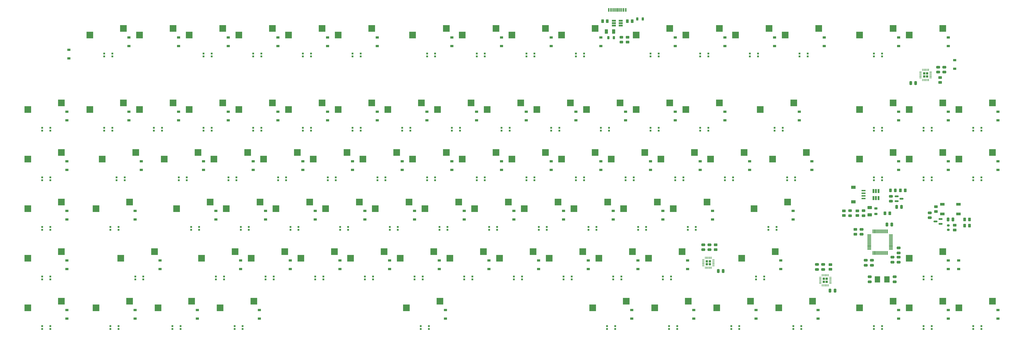
<source format=gbp>
%TF.GenerationSoftware,KiCad,Pcbnew,(6.0.0)*%
%TF.CreationDate,2022-03-07T18:24:06-05:00*%
%TF.ProjectId,keyboard0,6b657962-6f61-4726-9430-2e6b69636164,rev?*%
%TF.SameCoordinates,Original*%
%TF.FileFunction,Paste,Bot*%
%TF.FilePolarity,Positive*%
%FSLAX46Y46*%
G04 Gerber Fmt 4.6, Leading zero omitted, Abs format (unit mm)*
G04 Created by KiCad (PCBNEW (6.0.0)) date 2022-03-07 18:24:06*
%MOMM*%
%LPD*%
G01*
G04 APERTURE LIST*
G04 Aperture macros list*
%AMRoundRect*
0 Rectangle with rounded corners*
0 $1 Rounding radius*
0 $2 $3 $4 $5 $6 $7 $8 $9 X,Y pos of 4 corners*
0 Add a 4 corners polygon primitive as box body*
4,1,4,$2,$3,$4,$5,$6,$7,$8,$9,$2,$3,0*
0 Add four circle primitives for the rounded corners*
1,1,$1+$1,$2,$3*
1,1,$1+$1,$4,$5*
1,1,$1+$1,$6,$7*
1,1,$1+$1,$8,$9*
0 Add four rect primitives between the rounded corners*
20,1,$1+$1,$2,$3,$4,$5,0*
20,1,$1+$1,$4,$5,$6,$7,0*
20,1,$1+$1,$6,$7,$8,$9,0*
20,1,$1+$1,$8,$9,$2,$3,0*%
G04 Aperture macros list end*
%ADD10R,2.550000X2.500000*%
%ADD11R,1.200000X0.900000*%
%ADD12RoundRect,0.250000X-0.262500X-0.450000X0.262500X-0.450000X0.262500X0.450000X-0.262500X0.450000X0*%
%ADD13RoundRect,0.218750X0.218750X0.381250X-0.218750X0.381250X-0.218750X-0.381250X0.218750X-0.381250X0*%
%ADD14RoundRect,0.250000X0.475000X-0.250000X0.475000X0.250000X-0.475000X0.250000X-0.475000X-0.250000X0*%
%ADD15RoundRect,0.250000X-0.475000X0.250000X-0.475000X-0.250000X0.475000X-0.250000X0.475000X0.250000X0*%
%ADD16RoundRect,0.250000X0.250000X0.475000X-0.250000X0.475000X-0.250000X-0.475000X0.250000X-0.475000X0*%
%ADD17RoundRect,0.243750X0.243750X0.456250X-0.243750X0.456250X-0.243750X-0.456250X0.243750X-0.456250X0*%
%ADD18RoundRect,0.250000X-0.625000X0.375000X-0.625000X-0.375000X0.625000X-0.375000X0.625000X0.375000X0*%
%ADD19RoundRect,0.218750X0.381250X-0.218750X0.381250X0.218750X-0.381250X0.218750X-0.381250X-0.218750X0*%
%ADD20RoundRect,0.250000X-0.450000X0.262500X-0.450000X-0.262500X0.450000X-0.262500X0.450000X0.262500X0*%
%ADD21RoundRect,0.250000X0.262500X0.450000X-0.262500X0.450000X-0.262500X-0.450000X0.262500X-0.450000X0*%
%ADD22RoundRect,0.150000X-0.587500X-0.150000X0.587500X-0.150000X0.587500X0.150000X-0.587500X0.150000X0*%
%ADD23RoundRect,0.075000X0.075000X-0.662500X0.075000X0.662500X-0.075000X0.662500X-0.075000X-0.662500X0*%
%ADD24RoundRect,0.075000X0.662500X-0.075000X0.662500X0.075000X-0.662500X0.075000X-0.662500X-0.075000X0*%
%ADD25R,2.000000X2.400000*%
%ADD26R,1.560000X0.650000*%
%ADD27RoundRect,0.243750X0.456250X-0.243750X0.456250X0.243750X-0.456250X0.243750X-0.456250X-0.243750X0*%
%ADD28RoundRect,0.250000X-0.250000X-0.475000X0.250000X-0.475000X0.250000X0.475000X-0.250000X0.475000X0*%
%ADD29RoundRect,0.232500X0.232500X0.232500X-0.232500X0.232500X-0.232500X-0.232500X0.232500X-0.232500X0*%
%ADD30RoundRect,0.050000X0.362500X0.050000X-0.362500X0.050000X-0.362500X-0.050000X0.362500X-0.050000X0*%
%ADD31RoundRect,0.050000X0.050000X0.362500X-0.050000X0.362500X-0.050000X-0.362500X0.050000X-0.362500X0*%
%ADD32RoundRect,0.150000X0.587500X0.150000X-0.587500X0.150000X-0.587500X-0.150000X0.587500X-0.150000X0*%
%ADD33RoundRect,0.200000X-0.275000X0.200000X-0.275000X-0.200000X0.275000X-0.200000X0.275000X0.200000X0*%
%ADD34R,1.800000X1.100000*%
%ADD35RoundRect,0.232500X-0.232500X0.232500X-0.232500X-0.232500X0.232500X-0.232500X0.232500X0.232500X0*%
%ADD36RoundRect,0.050000X-0.050000X0.362500X-0.050000X-0.362500X0.050000X-0.362500X0.050000X0.362500X0*%
%ADD37RoundRect,0.050000X-0.362500X0.050000X-0.362500X-0.050000X0.362500X-0.050000X0.362500X0.050000X0*%
%ADD38R,0.800000X0.700000*%
%ADD39R,1.550000X0.600000*%
%ADD40R,1.800000X1.200000*%
%ADD41RoundRect,0.250000X-0.375000X-0.625000X0.375000X-0.625000X0.375000X0.625000X-0.375000X0.625000X0*%
%ADD42R,0.650000X1.560000*%
%ADD43R,0.600000X1.450000*%
%ADD44R,0.300000X1.450000*%
G04 APERTURE END LIST*
D10*
%TO.C,MX52*%
X49267700Y-161755900D03*
X62167700Y-159215900D03*
%TD*%
%TO.C,MX2*%
X84984200Y-95085100D03*
X97884200Y-92545100D03*
%TD*%
%TO.C,MX15*%
X35975600Y-121118300D03*
X23075600Y-123658300D03*
%TD*%
%TO.C,MX33*%
X35975600Y-140167100D03*
X23075600Y-142707100D03*
%TD*%
%TO.C,MX51*%
X23075600Y-161755900D03*
X35975600Y-159215900D03*
%TD*%
%TO.C,MX65*%
X23075600Y-180804700D03*
X35975600Y-178264700D03*
%TD*%
%TO.C,MX1*%
X59786600Y-92545100D03*
X46886600Y-95085100D03*
%TD*%
%TO.C,MX16*%
X59786600Y-121118300D03*
X46886600Y-123658300D03*
%TD*%
%TO.C,MX34*%
X51648800Y-142707100D03*
X64548800Y-140167100D03*
%TD*%
%TO.C,MX79*%
X35975600Y-197313500D03*
X23075600Y-199853500D03*
%TD*%
%TO.C,MX18*%
X97884200Y-121118300D03*
X84984200Y-123658300D03*
%TD*%
%TO.C,MX36*%
X107408600Y-140167100D03*
X94508600Y-142707100D03*
%TD*%
%TO.C,MX54*%
X112170800Y-159215900D03*
X99270800Y-161755900D03*
%TD*%
%TO.C,MX67*%
X102646400Y-178264700D03*
X89746400Y-180804700D03*
%TD*%
%TO.C,MX82*%
X96889700Y-199853500D03*
X109789700Y-197313500D03*
%TD*%
%TO.C,MX17*%
X65935400Y-123658300D03*
X78835400Y-121118300D03*
%TD*%
%TO.C,MX35*%
X75459800Y-142707100D03*
X88359800Y-140167100D03*
%TD*%
%TO.C,MX53*%
X93063700Y-159215900D03*
X80163700Y-161755900D03*
%TD*%
%TO.C,MX66*%
X58792100Y-180804700D03*
X71692100Y-178264700D03*
%TD*%
%TO.C,MX81*%
X85978700Y-197313500D03*
X73078700Y-199853500D03*
%TD*%
%TO.C,MX3*%
X104033000Y-95085100D03*
X116933000Y-92545100D03*
%TD*%
%TO.C,MX37*%
X113557400Y-142707100D03*
X126457400Y-140167100D03*
%TD*%
%TO.C,MX55*%
X131219600Y-159215900D03*
X118319600Y-161755900D03*
%TD*%
%TO.C,MX68*%
X121695200Y-178264700D03*
X108795200Y-180804700D03*
%TD*%
%TO.C,MX70*%
X146892800Y-180804700D03*
X159792800Y-178264700D03*
%TD*%
%TO.C,MX4*%
X135981800Y-92545100D03*
X123081800Y-95085100D03*
%TD*%
%TO.C,MX20*%
X135981800Y-121118300D03*
X123081800Y-123658300D03*
%TD*%
%TO.C,MX38*%
X145506200Y-140167100D03*
X132606200Y-142707100D03*
%TD*%
%TO.C,MX56*%
X137368400Y-161755900D03*
X150268400Y-159215900D03*
%TD*%
%TO.C,MX69*%
X127844000Y-180804700D03*
X140744000Y-178264700D03*
%TD*%
%TO.C,MX5*%
X142130600Y-95085100D03*
X155030600Y-92545100D03*
%TD*%
%TO.C,MX39*%
X151655000Y-142707100D03*
X164555000Y-140167100D03*
%TD*%
%TO.C,MX57*%
X156417200Y-161755900D03*
X169317200Y-159215900D03*
%TD*%
%TO.C,MX71*%
X178841600Y-178264700D03*
X165941600Y-180804700D03*
%TD*%
%TO.C,MX83*%
X181222700Y-197313500D03*
X168322700Y-199853500D03*
%TD*%
%TO.C,MX22*%
X161179400Y-123658300D03*
X174079400Y-121118300D03*
%TD*%
%TO.C,MX40*%
X170703800Y-142707100D03*
X183603800Y-140167100D03*
%TD*%
%TO.C,MX58*%
X188366000Y-159215900D03*
X175466000Y-161755900D03*
%TD*%
%TO.C,MX72*%
X184990400Y-180804700D03*
X197890400Y-178264700D03*
%TD*%
%TO.C,MX7*%
X189752600Y-95085100D03*
X202652600Y-92545100D03*
%TD*%
%TO.C,MX23*%
X180228200Y-123658300D03*
X193128200Y-121118300D03*
%TD*%
%TO.C,MX41*%
X189752600Y-142707100D03*
X202652600Y-140167100D03*
%TD*%
%TO.C,MX59*%
X194514800Y-161755900D03*
X207414800Y-159215900D03*
%TD*%
%TO.C,MX73*%
X216939200Y-178264700D03*
X204039200Y-180804700D03*
%TD*%
%TO.C,MX8*%
X208801400Y-95085100D03*
X221701400Y-92545100D03*
%TD*%
%TO.C,MX24*%
X199277000Y-123658300D03*
X212177000Y-121118300D03*
%TD*%
%TO.C,MX42*%
X221701400Y-140167100D03*
X208801400Y-142707100D03*
%TD*%
%TO.C,MX60*%
X213563600Y-161755900D03*
X226463600Y-159215900D03*
%TD*%
%TO.C,MX74*%
X235988000Y-178264700D03*
X223088000Y-180804700D03*
%TD*%
%TO.C,MX9*%
X227850200Y-95085100D03*
X240750200Y-92545100D03*
%TD*%
%TO.C,MX25*%
X231225800Y-121118300D03*
X218325800Y-123658300D03*
%TD*%
%TO.C,MX43*%
X240750200Y-140167100D03*
X227850200Y-142707100D03*
%TD*%
%TO.C,MX61*%
X232612400Y-161755900D03*
X245512400Y-159215900D03*
%TD*%
%TO.C,MX75*%
X255036800Y-178264700D03*
X242136800Y-180804700D03*
%TD*%
%TO.C,MX84*%
X252655700Y-197313500D03*
X239755700Y-199853500D03*
%TD*%
%TO.C,MX10*%
X256423400Y-95085100D03*
X269323400Y-92545100D03*
%TD*%
%TO.C,MX26*%
X250274600Y-121118300D03*
X237374600Y-123658300D03*
%TD*%
%TO.C,MX44*%
X246899000Y-142707100D03*
X259799000Y-140167100D03*
%TD*%
%TO.C,MX62*%
X251661200Y-161755900D03*
X264561200Y-159215900D03*
%TD*%
%TO.C,MX76*%
X261185600Y-180804700D03*
X274085600Y-178264700D03*
%TD*%
%TO.C,MX11*%
X288372200Y-92545100D03*
X275472200Y-95085100D03*
%TD*%
%TO.C,MX27*%
X256423400Y-123658300D03*
X269323400Y-121118300D03*
%TD*%
%TO.C,MX45*%
X278847800Y-140167100D03*
X265947800Y-142707100D03*
%TD*%
%TO.C,MX63*%
X270710000Y-161755900D03*
X283610000Y-159215900D03*
%TD*%
%TO.C,MX85*%
X263566700Y-199853500D03*
X276466700Y-197313500D03*
%TD*%
%TO.C,MX86*%
X287377700Y-199853500D03*
X300277700Y-197313500D03*
%TD*%
%TO.C,MX12*%
X294521000Y-95085100D03*
X307421000Y-92545100D03*
%TD*%
%TO.C,MX28*%
X275472200Y-123658300D03*
X288372200Y-121118300D03*
%TD*%
%TO.C,MX46*%
X297896600Y-140167100D03*
X284996600Y-142707100D03*
%TD*%
%TO.C,MX87*%
X311188700Y-199853500D03*
X324088700Y-197313500D03*
%TD*%
%TO.C,MX13*%
X326469800Y-92545100D03*
X313569800Y-95085100D03*
%TD*%
%TO.C,MX29*%
X304045400Y-123658300D03*
X316945400Y-121118300D03*
%TD*%
%TO.C,MX47*%
X321707600Y-140167100D03*
X308807600Y-142707100D03*
%TD*%
%TO.C,MX64*%
X314564300Y-159215900D03*
X301664300Y-161755900D03*
%TD*%
%TO.C,MX77*%
X309792562Y-178263844D03*
X296892562Y-180803844D03*
%TD*%
%TO.C,MX88*%
X342143000Y-199853500D03*
X355043000Y-197313500D03*
%TD*%
%TO.C,MX30*%
X355043000Y-121118300D03*
X342143000Y-123658300D03*
%TD*%
%TO.C,MX48*%
X342143000Y-142707100D03*
X355043000Y-140167100D03*
%TD*%
%TO.C,MX31*%
X361191800Y-123658300D03*
X374091800Y-121118300D03*
%TD*%
%TO.C,MX49*%
X361191800Y-142707100D03*
X374091800Y-140167100D03*
%TD*%
%TO.C,MX78*%
X374091800Y-178264700D03*
X361191800Y-180804700D03*
%TD*%
%TO.C,MX89*%
X361191800Y-199853500D03*
X374091800Y-197313500D03*
%TD*%
%TO.C,MX50*%
X380240600Y-142707100D03*
X393140600Y-140167100D03*
%TD*%
%TO.C,MX90*%
X380240600Y-199853500D03*
X393140600Y-197313500D03*
%TD*%
%TO.C,MX6*%
X170703800Y-95085100D03*
X183603800Y-92545100D03*
%TD*%
%TO.C,MX21*%
X142130600Y-123658300D03*
X155030600Y-121118300D03*
%TD*%
%TO.C,MX32*%
X393140600Y-121118300D03*
X380240600Y-123658300D03*
%TD*%
%TO.C,MX19*%
X104033000Y-123658300D03*
X116933000Y-121118300D03*
%TD*%
%TO.C,MX14*%
X342143000Y-95085100D03*
X355043000Y-92545100D03*
%TD*%
%TO.C,MX80*%
X49267700Y-199853500D03*
X62167700Y-197313500D03*
%TD*%
%TO.C,MX1-1*%
X78835400Y-92545100D03*
X65935400Y-95085100D03*
%TD*%
%TO.C,MX14-1*%
X361191800Y-95085100D03*
X374091800Y-92545100D03*
%TD*%
D11*
%TO.C,KD15*%
X38097600Y-127785700D03*
X38097600Y-124485700D03*
%TD*%
%TO.C,KD33*%
X38097600Y-146834500D03*
X38097600Y-143534500D03*
%TD*%
%TO.C,KD51*%
X38097600Y-165945900D03*
X38097600Y-162645900D03*
%TD*%
%TO.C,KD65*%
X38097600Y-184994700D03*
X38097600Y-181694700D03*
%TD*%
%TO.C,KD80*%
X64289700Y-204043500D03*
X64289700Y-200743500D03*
%TD*%
%TO.C,KD1*%
X61908600Y-99275100D03*
X61908600Y-95975100D03*
%TD*%
%TO.C,KD16*%
X61908600Y-127848300D03*
X61908600Y-124548300D03*
%TD*%
%TO.C,KD34*%
X66670800Y-146897100D03*
X66670800Y-143597100D03*
%TD*%
%TO.C,KD52*%
X64289700Y-165945900D03*
X64289700Y-162645900D03*
%TD*%
%TO.C,KD79*%
X38097600Y-203980900D03*
X38097600Y-200680900D03*
%TD*%
%TO.C,KD2*%
X100006200Y-99275100D03*
X100006200Y-95975100D03*
%TD*%
%TO.C,KD18*%
X100006200Y-127848300D03*
X100006200Y-124548300D03*
%TD*%
%TO.C,KD36*%
X109530600Y-146897100D03*
X109530600Y-143597100D03*
%TD*%
%TO.C,KD54*%
X114292800Y-165945900D03*
X114292800Y-162645900D03*
%TD*%
%TO.C,KD67*%
X104768400Y-184994700D03*
X104768400Y-181694700D03*
%TD*%
%TO.C,KD82*%
X111911700Y-204043500D03*
X111911700Y-200743500D03*
%TD*%
%TO.C,KD17*%
X80957400Y-127848300D03*
X80957400Y-124548300D03*
%TD*%
%TO.C,KD35*%
X90481800Y-146897100D03*
X90481800Y-143597100D03*
%TD*%
%TO.C,KD53*%
X95244000Y-165945900D03*
X95244000Y-162645900D03*
%TD*%
%TO.C,KD66*%
X73814100Y-184994700D03*
X73814100Y-181694700D03*
%TD*%
%TO.C,KD81*%
X88100700Y-204043500D03*
X88100700Y-200743500D03*
%TD*%
%TO.C,KD3*%
X119055000Y-99275100D03*
X119055000Y-95975100D03*
%TD*%
%TO.C,KD19*%
X119055000Y-127848300D03*
X119055000Y-124548300D03*
%TD*%
%TO.C,KD37*%
X128579400Y-146897100D03*
X128579400Y-143597100D03*
%TD*%
%TO.C,KD55*%
X133341600Y-165945900D03*
X133341600Y-162645900D03*
%TD*%
%TO.C,KD68*%
X123817200Y-184994700D03*
X123817200Y-181694700D03*
%TD*%
%TO.C,KD70*%
X161914800Y-184994700D03*
X161914800Y-181694700D03*
%TD*%
%TO.C,KD4*%
X138103800Y-99275100D03*
X138103800Y-95975100D03*
%TD*%
%TO.C,KD20*%
X138103800Y-127848300D03*
X138103800Y-124548300D03*
%TD*%
%TO.C,KD38*%
X147628200Y-146897100D03*
X147628200Y-143597100D03*
%TD*%
%TO.C,KD56*%
X152390400Y-165945900D03*
X152390400Y-162645900D03*
%TD*%
%TO.C,KD69*%
X142866000Y-184994700D03*
X142866000Y-181694700D03*
%TD*%
%TO.C,KD5*%
X157152600Y-99275100D03*
X157152600Y-95975100D03*
%TD*%
%TO.C,KD21*%
X157152600Y-127848300D03*
X157152600Y-124548300D03*
%TD*%
%TO.C,KD39*%
X166677000Y-146897100D03*
X166677000Y-143597100D03*
%TD*%
%TO.C,KD57*%
X171439200Y-165945900D03*
X171439200Y-162645900D03*
%TD*%
%TO.C,KD71*%
X180963600Y-184994700D03*
X180963600Y-181694700D03*
%TD*%
%TO.C,KD83*%
X183344700Y-204043500D03*
X183344700Y-200743500D03*
%TD*%
%TO.C,KD6*%
X185725800Y-99275100D03*
X185725800Y-95975100D03*
%TD*%
%TO.C,KD22*%
X176201400Y-127848300D03*
X176201400Y-124548300D03*
%TD*%
%TO.C,KD40*%
X185725800Y-146897100D03*
X185725800Y-143597100D03*
%TD*%
%TO.C,KD58*%
X190488000Y-165945900D03*
X190488000Y-162645900D03*
%TD*%
%TO.C,KD72*%
X200012400Y-184994700D03*
X200012400Y-181694700D03*
%TD*%
%TO.C,KD7*%
X204774600Y-99275100D03*
X204774600Y-95975100D03*
%TD*%
%TO.C,KD23*%
X195250200Y-127848300D03*
X195250200Y-124548300D03*
%TD*%
%TO.C,KD41*%
X204774600Y-146897100D03*
X204774600Y-143597100D03*
%TD*%
%TO.C,KD59*%
X209536800Y-165945900D03*
X209536800Y-162645900D03*
%TD*%
%TO.C,KD73*%
X219061200Y-184994700D03*
X219061200Y-181694700D03*
%TD*%
%TO.C,KD8*%
X223823400Y-99275100D03*
X223823400Y-95975100D03*
%TD*%
%TO.C,KD24*%
X214299000Y-127848300D03*
X214299000Y-124548300D03*
%TD*%
%TO.C,KD42*%
X223823400Y-146897100D03*
X223823400Y-143597100D03*
%TD*%
%TO.C,KD60*%
X228585600Y-165945900D03*
X228585600Y-162645900D03*
%TD*%
%TO.C,KD74*%
X238110000Y-184994700D03*
X238110000Y-181694700D03*
%TD*%
%TO.C,KD25*%
X233347800Y-127848300D03*
X233347800Y-124548300D03*
%TD*%
%TO.C,KD43*%
X242872200Y-146897100D03*
X242872200Y-143597100D03*
%TD*%
%TO.C,KD61*%
X247634400Y-165945900D03*
X247634400Y-162645900D03*
%TD*%
%TO.C,KD75*%
X257158800Y-184994700D03*
X257158800Y-181694700D03*
%TD*%
%TO.C,KD84*%
X254777700Y-204043500D03*
X254777700Y-200743500D03*
%TD*%
%TO.C,KD10*%
X271445400Y-99275100D03*
X271445400Y-95975100D03*
%TD*%
%TO.C,KD26*%
X252396600Y-127848300D03*
X252396600Y-124548300D03*
%TD*%
%TO.C,KD44*%
X261921000Y-146897100D03*
X261921000Y-143597100D03*
%TD*%
%TO.C,KD62*%
X266683200Y-165945900D03*
X266683200Y-162645900D03*
%TD*%
%TO.C,KD11*%
X290494200Y-99275100D03*
X290494200Y-95975100D03*
%TD*%
%TO.C,KD27*%
X271445400Y-127848300D03*
X271445400Y-124548300D03*
%TD*%
%TO.C,KD45*%
X280969800Y-146897100D03*
X280969800Y-143597100D03*
%TD*%
%TO.C,KD63*%
X285732000Y-165945900D03*
X285732000Y-162645900D03*
%TD*%
%TO.C,KD85*%
X278588700Y-204043500D03*
X278588700Y-200743500D03*
%TD*%
%TO.C,KD86*%
X302399700Y-204043500D03*
X302399700Y-200743500D03*
%TD*%
%TO.C,KD12*%
X309543000Y-99275100D03*
X309543000Y-95975100D03*
%TD*%
%TO.C,KD28*%
X290494200Y-127848300D03*
X290494200Y-124548300D03*
%TD*%
%TO.C,KD46*%
X300018600Y-146897100D03*
X300018600Y-143597100D03*
%TD*%
%TO.C,KD87*%
X326210700Y-204043500D03*
X326210700Y-200743500D03*
%TD*%
%TO.C,KD13*%
X328591800Y-99275100D03*
X328591800Y-95975100D03*
%TD*%
%TO.C,KD29*%
X319067400Y-127848300D03*
X319067400Y-124548300D03*
%TD*%
%TO.C,KD47*%
X323829600Y-146897100D03*
X323829600Y-143597100D03*
%TD*%
%TO.C,KD64*%
X316686300Y-165945900D03*
X316686300Y-162645900D03*
%TD*%
%TO.C,KD77*%
X311924100Y-184994700D03*
X311924100Y-181694700D03*
%TD*%
%TO.C,KD88*%
X357165000Y-204043500D03*
X357165000Y-200743500D03*
%TD*%
%TO.C,KD14*%
X357165000Y-99275100D03*
X357165000Y-95975100D03*
%TD*%
%TO.C,KD30*%
X357165000Y-127848300D03*
X357165000Y-124548300D03*
%TD*%
%TO.C,KD48*%
X357165000Y-146897100D03*
X357165000Y-143597100D03*
%TD*%
%TO.C,KD31*%
X376213800Y-127848300D03*
X376213800Y-124548300D03*
%TD*%
%TO.C,KD49*%
X376213800Y-146897100D03*
X376213800Y-143597100D03*
%TD*%
%TO.C,KD78*%
X376213800Y-184994700D03*
X376213800Y-181694700D03*
%TD*%
%TO.C,KD89*%
X376213800Y-204043500D03*
X376213800Y-200743500D03*
%TD*%
%TO.C,KD32*%
X395262600Y-127848300D03*
X395262600Y-124548300D03*
%TD*%
%TO.C,KD50*%
X395262600Y-146897100D03*
X395262600Y-143597100D03*
%TD*%
%TO.C,KD90*%
X395262600Y-204043500D03*
X395262600Y-200743500D03*
%TD*%
%TO.C,D4*%
X378594900Y-108005800D03*
X378594900Y-104705800D03*
%TD*%
%TO.C,D3*%
X38891300Y-104037300D03*
X38891300Y-100737300D03*
%TD*%
D12*
%TO.C,R38*%
X382444600Y-168264400D03*
X384269600Y-168264400D03*
%TD*%
%TO.C,R39*%
X382444600Y-165883300D03*
X384269600Y-165883300D03*
%TD*%
D13*
%TO.C,FB5*%
X259015000Y-88894400D03*
X256890000Y-88894400D03*
%TD*%
D14*
%TO.C,C3*%
X355577600Y-189850600D03*
X355577600Y-187950600D03*
%TD*%
D15*
%TO.C,C7*%
X346053200Y-187950600D03*
X346053200Y-189850600D03*
%TD*%
%TO.C,C18*%
X357165000Y-180410450D03*
X357165000Y-182310450D03*
%TD*%
%TO.C,C19*%
X342878400Y-169695500D03*
X342878400Y-171595500D03*
%TD*%
D16*
%TO.C,C20*%
X354543350Y-167867550D03*
X352643350Y-167867550D03*
%TD*%
D14*
%TO.C,C23*%
X346846900Y-183501000D03*
X346846900Y-181601000D03*
%TD*%
D15*
%TO.C,C24*%
X344544600Y-181601000D03*
X344544600Y-183501000D03*
%TD*%
%TO.C,C44*%
X354134000Y-156996300D03*
X354134000Y-158896300D03*
%TD*%
D17*
%TO.C,D11*%
X355865200Y-154771500D03*
X353990200Y-154771500D03*
%TD*%
D18*
%TO.C,F8*%
X346053200Y-161308500D03*
X346053200Y-164108500D03*
%TD*%
D19*
%TO.C,FB15*%
X348434300Y-163771000D03*
X348434300Y-161646000D03*
%TD*%
D12*
%TO.C,R12*%
X253071500Y-89688100D03*
X254896500Y-89688100D03*
%TD*%
D20*
%TO.C,R27*%
X340497300Y-169733000D03*
X340497300Y-171558000D03*
%TD*%
D21*
%TO.C,R58*%
X353712150Y-163502200D03*
X351887150Y-163502200D03*
%TD*%
%TO.C,R64*%
X359664900Y-154771500D03*
X357839900Y-154771500D03*
%TD*%
D22*
%TO.C,U12*%
X356371300Y-158896300D03*
X356371300Y-156996300D03*
X358246300Y-157946300D03*
%TD*%
D23*
%TO.C,U14*%
X352771700Y-178776500D03*
X352271700Y-178776500D03*
X351771700Y-178776500D03*
X351271700Y-178776500D03*
X350771700Y-178776500D03*
X350271700Y-178776500D03*
X349771700Y-178776500D03*
X349271700Y-178776500D03*
X348771700Y-178776500D03*
X348271700Y-178776500D03*
X347771700Y-178776500D03*
X347271700Y-178776500D03*
D24*
X345859200Y-177364000D03*
X345859200Y-176864000D03*
X345859200Y-176364000D03*
X345859200Y-175864000D03*
X345859200Y-175364000D03*
X345859200Y-174864000D03*
X345859200Y-174364000D03*
X345859200Y-173864000D03*
X345859200Y-173364000D03*
X345859200Y-172864000D03*
X345859200Y-172364000D03*
X345859200Y-171864000D03*
D23*
X347271700Y-170451500D03*
X347771700Y-170451500D03*
X348271700Y-170451500D03*
X348771700Y-170451500D03*
X349271700Y-170451500D03*
X349771700Y-170451500D03*
X350271700Y-170451500D03*
X350771700Y-170451500D03*
X351271700Y-170451500D03*
X351771700Y-170451500D03*
X352271700Y-170451500D03*
X352771700Y-170451500D03*
D24*
X354184200Y-171864000D03*
X354184200Y-172364000D03*
X354184200Y-172864000D03*
X354184200Y-173364000D03*
X354184200Y-173864000D03*
X354184200Y-174364000D03*
X354184200Y-174864000D03*
X354184200Y-175364000D03*
X354184200Y-175864000D03*
X354184200Y-176364000D03*
X354184200Y-176864000D03*
X354184200Y-177364000D03*
%TD*%
D25*
%TO.C,Y2*%
X352665400Y-188900600D03*
X348965400Y-188900600D03*
%TD*%
D26*
%TO.C,U1*%
X250571800Y-89531800D03*
X250571800Y-90481800D03*
X250571800Y-91431800D03*
X247871800Y-91431800D03*
X247871800Y-90481800D03*
X247871800Y-89531800D03*
%TD*%
D16*
%TO.C,C43*%
X358258800Y-161121100D03*
X356358800Y-161121100D03*
%TD*%
D27*
%TO.C,D2*%
X250809200Y-97768900D03*
X250809200Y-95893900D03*
%TD*%
D21*
%TO.C,R13*%
X245372100Y-89688100D03*
X243547100Y-89688100D03*
%TD*%
D28*
%TO.C,C2*%
X376057500Y-165883300D03*
X377957500Y-165883300D03*
%TD*%
D15*
%TO.C,C4*%
X369070500Y-163345900D03*
X369070500Y-165245900D03*
%TD*%
D14*
%TO.C,C5*%
X374626400Y-109290050D03*
X374626400Y-107390050D03*
%TD*%
%TO.C,C6*%
X372245300Y-109290050D03*
X372245300Y-107390050D03*
%TD*%
D29*
%TO.C,I1*%
X366908100Y-110931900D03*
X368058100Y-110931900D03*
X368058100Y-109781900D03*
X366908100Y-109781900D03*
D30*
X369420600Y-109156900D03*
X369420600Y-109556900D03*
X369420600Y-109956900D03*
X369420600Y-110356900D03*
X369420600Y-110756900D03*
X369420600Y-111156900D03*
X369420600Y-111556900D03*
D31*
X368683100Y-112294400D03*
X368283100Y-112294400D03*
X367883100Y-112294400D03*
X367483100Y-112294400D03*
X367083100Y-112294400D03*
X366683100Y-112294400D03*
X366283100Y-112294400D03*
D30*
X365545600Y-111556900D03*
X365545600Y-111156900D03*
X365545600Y-110756900D03*
X365545600Y-110356900D03*
X365545600Y-109956900D03*
X365545600Y-109556900D03*
X365545600Y-109156900D03*
D31*
X366283100Y-108419400D03*
X366683100Y-108419400D03*
X367083100Y-108419400D03*
X367483100Y-108419400D03*
X367883100Y-108419400D03*
X368283100Y-108419400D03*
X368683100Y-108419400D03*
%TD*%
D32*
%TO.C,Q1*%
X373182800Y-165727000D03*
X373182800Y-167627000D03*
X371307800Y-166677000D03*
%TD*%
D20*
%TO.C,R5*%
X371451600Y-161002300D03*
X371451600Y-162827300D03*
%TD*%
%TO.C,R6*%
X378594900Y-168145600D03*
X378594900Y-169970600D03*
%TD*%
D33*
%TO.C,R7*%
X376213800Y-168233100D03*
X376213800Y-169883100D03*
%TD*%
D20*
%TO.C,R11*%
X373039000Y-111396050D03*
X373039000Y-113221050D03*
%TD*%
D34*
%TO.C,SW1*%
X373907500Y-163764800D03*
X380107500Y-163764800D03*
X373907500Y-160064800D03*
X380107500Y-160064800D03*
%TD*%
D14*
%TO.C,C10*%
X284541450Y-177548250D03*
X284541450Y-175648250D03*
%TD*%
%TO.C,C11*%
X282160350Y-177548250D03*
X282160350Y-175648250D03*
%TD*%
D35*
%TO.C,I2*%
X283569600Y-183126000D03*
X284719600Y-181976000D03*
X284719600Y-183126000D03*
X283569600Y-181976000D03*
D36*
X282944600Y-180613500D03*
X283344600Y-180613500D03*
X283744600Y-180613500D03*
X284144600Y-180613500D03*
X284544600Y-180613500D03*
X284944600Y-180613500D03*
X285344600Y-180613500D03*
D37*
X286082100Y-181351000D03*
X286082100Y-181751000D03*
X286082100Y-182151000D03*
X286082100Y-182551000D03*
X286082100Y-182951000D03*
X286082100Y-183351000D03*
X286082100Y-183751000D03*
D36*
X285344600Y-184488500D03*
X284944600Y-184488500D03*
X284544600Y-184488500D03*
X284144600Y-184488500D03*
X283744600Y-184488500D03*
X283344600Y-184488500D03*
X282944600Y-184488500D03*
D37*
X282207100Y-183751000D03*
X282207100Y-183351000D03*
X282207100Y-182951000D03*
X282207100Y-182551000D03*
X282207100Y-182151000D03*
X282207100Y-181751000D03*
X282207100Y-181351000D03*
%TD*%
D38*
%TO.C,LED1*%
X31710600Y-130723300D03*
X31710600Y-131823300D03*
X28610600Y-131823300D03*
X28610600Y-130723300D03*
%TD*%
D39*
%TO.C,J2*%
X343684900Y-157858900D03*
X343684900Y-156858900D03*
X343684900Y-155858900D03*
X343684900Y-154858900D03*
D40*
X339809900Y-153558900D03*
X339809900Y-159158900D03*
%TD*%
D11*
%TO.C,KD76*%
X276207600Y-184994700D03*
X276207600Y-181694700D03*
%TD*%
D38*
%TO.C,LED32*%
X74570400Y-130723300D03*
X74570400Y-131823300D03*
X71470400Y-131823300D03*
X71470400Y-130723300D03*
%TD*%
%TO.C,LED18*%
X369826800Y-130723300D03*
X369826800Y-131823300D03*
X366726800Y-131823300D03*
X366726800Y-130723300D03*
%TD*%
%TO.C,LED31*%
X93619200Y-130723300D03*
X93619200Y-131823300D03*
X90519200Y-131823300D03*
X90519200Y-130723300D03*
%TD*%
%TO.C,LED30*%
X112668000Y-130723300D03*
X112668000Y-131823300D03*
X109568000Y-131823300D03*
X109568000Y-130723300D03*
%TD*%
%TO.C,LED29*%
X131716800Y-130723300D03*
X131716800Y-131823300D03*
X128616800Y-131823300D03*
X128616800Y-130723300D03*
%TD*%
%TO.C,LED24*%
X226960800Y-130723300D03*
X226960800Y-131823300D03*
X223860800Y-131823300D03*
X223860800Y-130723300D03*
%TD*%
%TO.C,LED28*%
X150765600Y-130723300D03*
X150765600Y-131823300D03*
X147665600Y-131823300D03*
X147665600Y-130723300D03*
%TD*%
%TO.C,LED27*%
X169814400Y-130723300D03*
X169814400Y-131823300D03*
X166714400Y-131823300D03*
X166714400Y-130723300D03*
%TD*%
%TO.C,LED26*%
X188863200Y-130723300D03*
X188863200Y-131823300D03*
X185763200Y-131823300D03*
X185763200Y-130723300D03*
%TD*%
%TO.C,LED25*%
X207912000Y-130723300D03*
X207912000Y-131823300D03*
X204812000Y-131823300D03*
X204812000Y-130723300D03*
%TD*%
%TO.C,LED23*%
X246009600Y-130723300D03*
X246009600Y-131823300D03*
X242909600Y-131823300D03*
X242909600Y-130723300D03*
%TD*%
%TO.C,LED22*%
X265058400Y-130723300D03*
X265058400Y-131823300D03*
X261958400Y-131823300D03*
X261958400Y-130723300D03*
%TD*%
%TO.C,LED20*%
X312680400Y-130723300D03*
X312680400Y-131823300D03*
X309580400Y-131823300D03*
X309580400Y-130723300D03*
%TD*%
%TO.C,LED21*%
X284107200Y-130723300D03*
X284107200Y-131823300D03*
X281007200Y-131823300D03*
X281007200Y-130723300D03*
%TD*%
%TO.C,LED19*%
X350778000Y-130723300D03*
X350778000Y-131823300D03*
X347678000Y-131823300D03*
X347678000Y-130723300D03*
%TD*%
%TO.C,LED17*%
X388875600Y-130723300D03*
X388875600Y-131823300D03*
X385775600Y-131823300D03*
X385775600Y-130723300D03*
%TD*%
%TO.C,LED49*%
X31710600Y-149772100D03*
X31710600Y-150872100D03*
X28610600Y-150872100D03*
X28610600Y-149772100D03*
%TD*%
%TO.C,LED50*%
X60283800Y-149772100D03*
X60283800Y-150872100D03*
X57183800Y-150872100D03*
X57183800Y-149772100D03*
%TD*%
%TO.C,LED51*%
X31710600Y-168820900D03*
X31710600Y-169920900D03*
X28610600Y-169920900D03*
X28610600Y-168820900D03*
%TD*%
%TO.C,LED52*%
X57902700Y-168820900D03*
X57902700Y-169920900D03*
X54802700Y-169920900D03*
X54802700Y-168820900D03*
%TD*%
%TO.C,LED53*%
X88857000Y-168820900D03*
X88857000Y-169920900D03*
X85757000Y-169920900D03*
X85757000Y-168820900D03*
%TD*%
%TO.C,LED54*%
X107905800Y-168820900D03*
X107905800Y-169920900D03*
X104805800Y-169920900D03*
X104805800Y-168820900D03*
%TD*%
%TO.C,LED55*%
X126954600Y-168820900D03*
X126954600Y-169920900D03*
X123854600Y-169920900D03*
X123854600Y-168820900D03*
%TD*%
%TO.C,LED56*%
X146003400Y-168820900D03*
X146003400Y-169920900D03*
X142903400Y-169920900D03*
X142903400Y-168820900D03*
%TD*%
%TO.C,LED57*%
X165052200Y-168820900D03*
X165052200Y-169920900D03*
X161952200Y-169920900D03*
X161952200Y-168820900D03*
%TD*%
%TO.C,LED58*%
X184101000Y-168820900D03*
X184101000Y-169920900D03*
X181001000Y-169920900D03*
X181001000Y-168820900D03*
%TD*%
%TO.C,LED59*%
X203149800Y-168820900D03*
X203149800Y-169920900D03*
X200049800Y-169920900D03*
X200049800Y-168820900D03*
%TD*%
%TO.C,LED60*%
X222198600Y-168820900D03*
X222198600Y-169920900D03*
X219098600Y-169920900D03*
X219098600Y-168820900D03*
%TD*%
%TO.C,LED61*%
X241247400Y-168820900D03*
X241247400Y-169920900D03*
X238147400Y-169920900D03*
X238147400Y-168820900D03*
%TD*%
%TO.C,LED62*%
X260296200Y-168820900D03*
X260296200Y-169920900D03*
X257196200Y-169920900D03*
X257196200Y-168820900D03*
%TD*%
%TO.C,LED63*%
X279345000Y-168820900D03*
X279345000Y-169920900D03*
X276245000Y-169920900D03*
X276245000Y-168820900D03*
%TD*%
%TO.C,LED64*%
X310299300Y-168820900D03*
X310299300Y-169920900D03*
X307199300Y-169920900D03*
X307199300Y-168820900D03*
%TD*%
%TO.C,LED2*%
X55521600Y-130723300D03*
X55521600Y-131823300D03*
X52421600Y-131823300D03*
X52421600Y-130723300D03*
%TD*%
%TO.C,LED3*%
X55521600Y-102150100D03*
X55521600Y-103250100D03*
X52421600Y-103250100D03*
X52421600Y-102150100D03*
%TD*%
%TO.C,LED4*%
X93619200Y-102150100D03*
X93619200Y-103250100D03*
X90519200Y-103250100D03*
X90519200Y-102150100D03*
%TD*%
%TO.C,LED5*%
X112668000Y-102150100D03*
X112668000Y-103250100D03*
X109568000Y-103250100D03*
X109568000Y-102150100D03*
%TD*%
%TO.C,LED6*%
X131716800Y-102150100D03*
X131716800Y-103250100D03*
X128616800Y-103250100D03*
X128616800Y-102150100D03*
%TD*%
%TO.C,LED7*%
X150765600Y-102150100D03*
X150765600Y-103250100D03*
X147665600Y-103250100D03*
X147665600Y-102150100D03*
%TD*%
%TO.C,LED8*%
X179338800Y-102150100D03*
X179338800Y-103250100D03*
X176238800Y-103250100D03*
X176238800Y-102150100D03*
%TD*%
%TO.C,LED9*%
X198387600Y-102150100D03*
X198387600Y-103250100D03*
X195287600Y-103250100D03*
X195287600Y-102150100D03*
%TD*%
%TO.C,LED10*%
X217436400Y-102150100D03*
X217436400Y-103250100D03*
X214336400Y-103250100D03*
X214336400Y-102150100D03*
%TD*%
%TO.C,LED11*%
X236485200Y-102150100D03*
X236485200Y-103250100D03*
X233385200Y-103250100D03*
X233385200Y-102150100D03*
%TD*%
%TO.C,LED12*%
X265058400Y-102150100D03*
X265058400Y-103250100D03*
X261958400Y-103250100D03*
X261958400Y-102150100D03*
%TD*%
%TO.C,LED13*%
X284107200Y-102150100D03*
X284107200Y-103250100D03*
X281007200Y-103250100D03*
X281007200Y-102150100D03*
%TD*%
%TO.C,LED14*%
X303156000Y-102150100D03*
X303156000Y-103250100D03*
X300056000Y-103250100D03*
X300056000Y-102150100D03*
%TD*%
%TO.C,LED15*%
X322204800Y-102150100D03*
X322204800Y-103250100D03*
X319104800Y-103250100D03*
X319104800Y-102150100D03*
%TD*%
%TO.C,LED16*%
X350778000Y-102150100D03*
X350778000Y-103250100D03*
X347678000Y-103250100D03*
X347678000Y-102150100D03*
%TD*%
%TO.C,LED65*%
X31710600Y-206918500D03*
X31710600Y-208018500D03*
X28610600Y-208018500D03*
X28610600Y-206918500D03*
%TD*%
%TO.C,LED66*%
X57902700Y-206918500D03*
X57902700Y-208018500D03*
X54802700Y-208018500D03*
X54802700Y-206918500D03*
%TD*%
%TO.C,LED67*%
X81713700Y-206918500D03*
X81713700Y-208018500D03*
X78613700Y-208018500D03*
X78613700Y-206918500D03*
%TD*%
%TO.C,LED68*%
X31710600Y-187869700D03*
X31710600Y-188969700D03*
X28610600Y-188969700D03*
X28610600Y-187869700D03*
%TD*%
%TO.C,LED69*%
X67427100Y-187869700D03*
X67427100Y-188969700D03*
X64327100Y-188969700D03*
X64327100Y-187869700D03*
%TD*%
%TO.C,LED70*%
X98381400Y-187869700D03*
X98381400Y-188969700D03*
X95281400Y-188969700D03*
X95281400Y-187869700D03*
%TD*%
%TO.C,LED71*%
X117430200Y-187869700D03*
X117430200Y-188969700D03*
X114330200Y-188969700D03*
X114330200Y-187869700D03*
%TD*%
%TO.C,LED72*%
X136479000Y-187869700D03*
X136479000Y-188969700D03*
X133379000Y-188969700D03*
X133379000Y-187869700D03*
%TD*%
%TO.C,LED73*%
X155527800Y-187869700D03*
X155527800Y-188969700D03*
X152427800Y-188969700D03*
X152427800Y-187869700D03*
%TD*%
%TO.C,LED74*%
X174576600Y-187869700D03*
X174576600Y-188969700D03*
X171476600Y-188969700D03*
X171476600Y-187869700D03*
%TD*%
%TO.C,LED75*%
X193625400Y-187869700D03*
X193625400Y-188969700D03*
X190525400Y-188969700D03*
X190525400Y-187869700D03*
%TD*%
%TO.C,LED76*%
X212674200Y-187869700D03*
X212674200Y-188969700D03*
X209574200Y-188969700D03*
X209574200Y-187869700D03*
%TD*%
%TO.C,LED77*%
X231723000Y-187869700D03*
X231723000Y-188969700D03*
X228623000Y-188969700D03*
X228623000Y-187869700D03*
%TD*%
%TO.C,LED78*%
X250771800Y-187869700D03*
X250771800Y-188969700D03*
X247671800Y-188969700D03*
X247671800Y-187869700D03*
%TD*%
%TO.C,LED79*%
X269820600Y-187869700D03*
X269820600Y-188969700D03*
X266720600Y-188969700D03*
X266720600Y-187869700D03*
%TD*%
%TO.C,LED80*%
X305537100Y-187869700D03*
X305537100Y-188969700D03*
X302437100Y-188969700D03*
X302437100Y-187869700D03*
%TD*%
D35*
%TO.C,I3*%
X329563650Y-189872450D03*
X329563650Y-188722450D03*
X328413650Y-188722450D03*
X328413650Y-189872450D03*
D36*
X327788650Y-187359950D03*
X328188650Y-187359950D03*
X328588650Y-187359950D03*
X328988650Y-187359950D03*
X329388650Y-187359950D03*
X329788650Y-187359950D03*
X330188650Y-187359950D03*
D37*
X330926150Y-188097450D03*
X330926150Y-188497450D03*
X330926150Y-188897450D03*
X330926150Y-189297450D03*
X330926150Y-189697450D03*
X330926150Y-190097450D03*
X330926150Y-190497450D03*
D36*
X330188650Y-191234950D03*
X329788650Y-191234950D03*
X329388650Y-191234950D03*
X328988650Y-191234950D03*
X328588650Y-191234950D03*
X328188650Y-191234950D03*
X327788650Y-191234950D03*
D37*
X327051150Y-190497450D03*
X327051150Y-190097450D03*
X327051150Y-189697450D03*
X327051150Y-189297450D03*
X327051150Y-188897450D03*
X327051150Y-188497450D03*
X327051150Y-188097450D03*
%TD*%
D14*
%TO.C,C12*%
X328194950Y-185088400D03*
X328194950Y-183188400D03*
%TD*%
%TO.C,C13*%
X325813850Y-185088400D03*
X325813850Y-183188400D03*
%TD*%
D38*
%TO.C,LED81*%
X388875600Y-206918500D03*
X388875600Y-208018500D03*
X385775600Y-208018500D03*
X385775600Y-206918500D03*
%TD*%
%TO.C,LED82*%
X369826800Y-187869700D03*
X369826800Y-188969700D03*
X366726800Y-188969700D03*
X366726800Y-187869700D03*
%TD*%
%TO.C,LED83*%
X369826800Y-206918500D03*
X369826800Y-208018500D03*
X366726800Y-208018500D03*
X366726800Y-206918500D03*
%TD*%
%TO.C,LED84*%
X350778000Y-206918500D03*
X350778000Y-208018500D03*
X347678000Y-208018500D03*
X347678000Y-206918500D03*
%TD*%
%TO.C,LED85*%
X248390700Y-206918500D03*
X248390700Y-208018500D03*
X245290700Y-208018500D03*
X245290700Y-206918500D03*
%TD*%
%TO.C,LED86*%
X272201700Y-206918500D03*
X272201700Y-208018500D03*
X269101700Y-208018500D03*
X269101700Y-206918500D03*
%TD*%
%TO.C,LED87*%
X296012700Y-206918500D03*
X296012700Y-208018500D03*
X292912700Y-208018500D03*
X292912700Y-206918500D03*
%TD*%
%TO.C,LED88*%
X319823700Y-206918500D03*
X319823700Y-208018500D03*
X316723700Y-208018500D03*
X316723700Y-206918500D03*
%TD*%
%TO.C,LED89*%
X176957700Y-206918500D03*
X176957700Y-208018500D03*
X173857700Y-208018500D03*
X173857700Y-206918500D03*
%TD*%
%TO.C,LED90*%
X105524700Y-206918500D03*
X105524700Y-208018500D03*
X102424700Y-208018500D03*
X102424700Y-206918500D03*
%TD*%
D11*
%TO.C,KD9*%
X242872200Y-99275100D03*
X242872200Y-95975100D03*
%TD*%
D38*
%TO.C,LED36*%
X141241200Y-149772100D03*
X141241200Y-150872100D03*
X138141200Y-150872100D03*
X138141200Y-149772100D03*
%TD*%
%TO.C,LED37*%
X160290000Y-149772100D03*
X160290000Y-150872100D03*
X157190000Y-150872100D03*
X157190000Y-149772100D03*
%TD*%
%TO.C,LED39*%
X198387600Y-149772100D03*
X198387600Y-150872100D03*
X195287600Y-150872100D03*
X195287600Y-149772100D03*
%TD*%
%TO.C,LED38*%
X179338800Y-149772100D03*
X179338800Y-150872100D03*
X176238800Y-150872100D03*
X176238800Y-149772100D03*
%TD*%
%TO.C,LED47*%
X369826800Y-149772100D03*
X369826800Y-150872100D03*
X366726800Y-150872100D03*
X366726800Y-149772100D03*
%TD*%
%TO.C,LED40*%
X217436400Y-149772100D03*
X217436400Y-150872100D03*
X214336400Y-150872100D03*
X214336400Y-149772100D03*
%TD*%
%TO.C,LED45*%
X317442600Y-149772100D03*
X317442600Y-150872100D03*
X314342600Y-150872100D03*
X314342600Y-149772100D03*
%TD*%
%TO.C,LED44*%
X293631600Y-149772100D03*
X293631600Y-150872100D03*
X290531600Y-150872100D03*
X290531600Y-149772100D03*
%TD*%
%TO.C,LED41*%
X236485200Y-149772100D03*
X236485200Y-150872100D03*
X233385200Y-150872100D03*
X233385200Y-149772100D03*
%TD*%
%TO.C,LED43*%
X274582800Y-149772100D03*
X274582800Y-150872100D03*
X271482800Y-150872100D03*
X271482800Y-149772100D03*
%TD*%
%TO.C,LED48*%
X388875600Y-149772100D03*
X388875600Y-150872100D03*
X385775600Y-150872100D03*
X385775600Y-149772100D03*
%TD*%
%TO.C,LED33*%
X84094800Y-149772100D03*
X84094800Y-150872100D03*
X80994800Y-150872100D03*
X80994800Y-149772100D03*
%TD*%
%TO.C,LED34*%
X103143600Y-149772100D03*
X103143600Y-150872100D03*
X100043600Y-150872100D03*
X100043600Y-149772100D03*
%TD*%
%TO.C,LED35*%
X122192400Y-149772100D03*
X122192400Y-150872100D03*
X119092400Y-150872100D03*
X119092400Y-149772100D03*
%TD*%
%TO.C,LED46*%
X350778000Y-149772100D03*
X350778000Y-150872100D03*
X347678000Y-150872100D03*
X347678000Y-149772100D03*
%TD*%
%TO.C,LED42*%
X255534000Y-149772100D03*
X255534000Y-150872100D03*
X252434000Y-150872100D03*
X252434000Y-149772100D03*
%TD*%
D14*
%TO.C,C22*%
X357165000Y-178738800D03*
X357165000Y-176838800D03*
%TD*%
D13*
%TO.C,FB1*%
X247903200Y-96037700D03*
X245778200Y-96037700D03*
%TD*%
D20*
%TO.C,R2*%
X336131950Y-162589700D03*
X336131950Y-164414700D03*
%TD*%
D27*
%TO.C,D1*%
X338513050Y-164439700D03*
X338513050Y-162564700D03*
%TD*%
D28*
%TO.C,C1*%
X361770900Y-113499100D03*
X363670900Y-113499100D03*
%TD*%
%TO.C,C9*%
X330816600Y-193265950D03*
X332716600Y-193265950D03*
%TD*%
D20*
%TO.C,R15*%
X286922550Y-175685750D03*
X286922550Y-177510750D03*
%TD*%
%TO.C,R16*%
X330972900Y-183225900D03*
X330972900Y-185050900D03*
%TD*%
D41*
%TO.C,F1*%
X245043850Y-93656600D03*
X247843850Y-93656600D03*
%TD*%
D15*
%TO.C,C21*%
X354783900Y-180410450D03*
X354783900Y-182310450D03*
%TD*%
D20*
%TO.C,R1*%
X253190300Y-95918900D03*
X253190300Y-97743900D03*
%TD*%
D28*
%TO.C,C8*%
X287956800Y-185725800D03*
X289856800Y-185725800D03*
%TD*%
D27*
%TO.C,D5*%
X343672100Y-164439700D03*
X343672100Y-162564700D03*
%TD*%
D20*
%TO.C,R8*%
X341291000Y-162589700D03*
X341291000Y-164414700D03*
%TD*%
D11*
%TO.C,D6*%
X380182300Y-184994700D03*
X380182300Y-181694700D03*
%TD*%
D42*
%TO.C,U2*%
X347484300Y-155008900D03*
X348434300Y-155008900D03*
X349384300Y-155008900D03*
X349384300Y-157708900D03*
X348434300Y-157708900D03*
X347484300Y-157708900D03*
%TD*%
D11*
%TO.C,KD14-1*%
X376213800Y-99275100D03*
X376213800Y-95975100D03*
%TD*%
D43*
%TO.C,USB1*%
X245971800Y-85399250D03*
X246771800Y-85399250D03*
D44*
X247971800Y-85399250D03*
X248971800Y-85399250D03*
X249471800Y-85399250D03*
X250471800Y-85399250D03*
D43*
X251671800Y-85399250D03*
X252471800Y-85399250D03*
X252471800Y-85399250D03*
X251671800Y-85399250D03*
D44*
X250971800Y-85399250D03*
X249971800Y-85399250D03*
X248471800Y-85399250D03*
X247471800Y-85399250D03*
D43*
X246771800Y-85399250D03*
X245971800Y-85399250D03*
%TD*%
D11*
%TO.C,KD1-1*%
X80957400Y-99275100D03*
X80957400Y-95975100D03*
%TD*%
M02*

</source>
